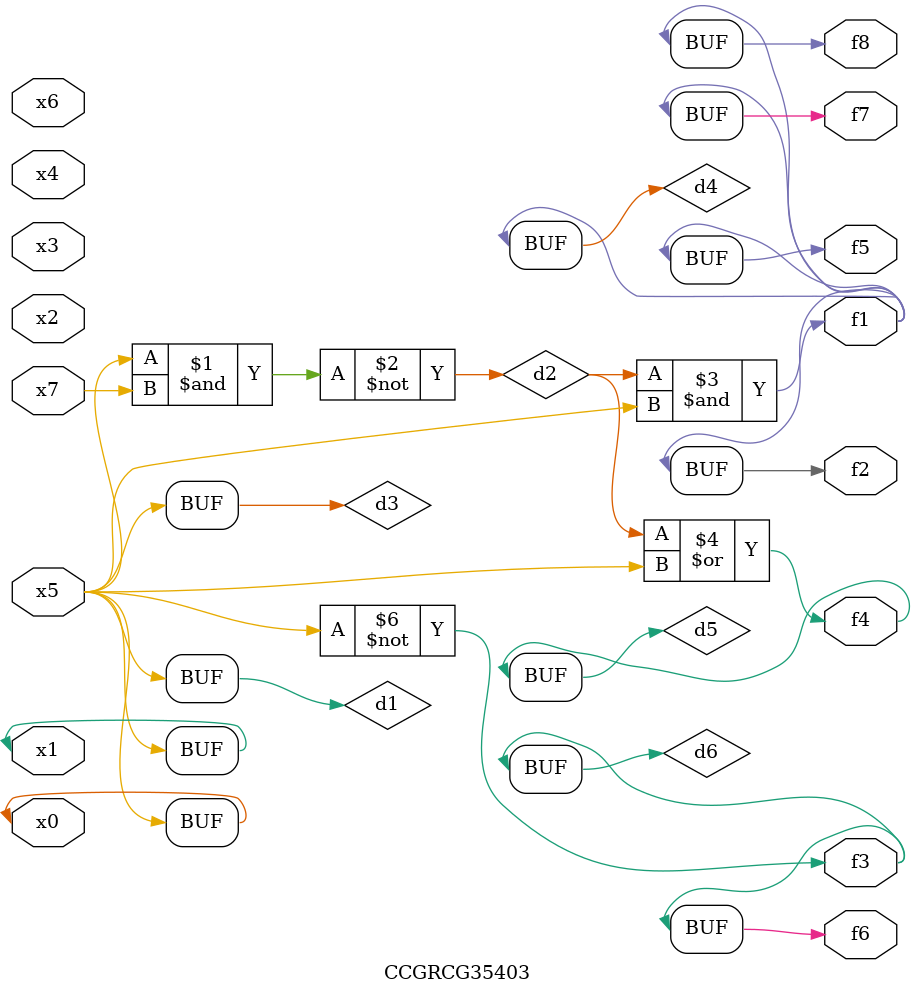
<source format=v>
module CCGRCG35403(
	input x0, x1, x2, x3, x4, x5, x6, x7,
	output f1, f2, f3, f4, f5, f6, f7, f8
);

	wire d1, d2, d3, d4, d5, d6;

	buf (d1, x0, x5);
	nand (d2, x5, x7);
	buf (d3, x0, x1);
	and (d4, d2, d3);
	or (d5, d2, d3);
	nor (d6, d1, d3);
	assign f1 = d4;
	assign f2 = d4;
	assign f3 = d6;
	assign f4 = d5;
	assign f5 = d4;
	assign f6 = d6;
	assign f7 = d4;
	assign f8 = d4;
endmodule

</source>
